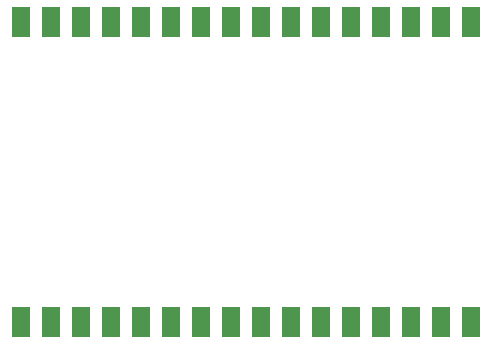
<source format=gtp>
G04 Layer: TopPasteMaskLayer*
G04 EasyEDA v6.5.50, 2025-05-30 20:44:05*
G04 89249954dcc5414fb4ee1276e004d1e2,618cf9a269824c858c8e39f74ea16190,10*
G04 Gerber Generator version 0.2*
G04 Scale: 100 percent, Rotated: No, Reflected: No *
G04 Dimensions in millimeters *
G04 leading zeros omitted , absolute positions ,4 integer and 5 decimal *
%FSLAX45Y45*%
%MOMM*%

%ADD10R,1.5000X2.5000*%
%ADD11R,0.0137X2.5000*%

%LPD*%
D10*
G01*
X1638300Y8900693D03*
G01*
X1892300Y8900693D03*
G01*
X2146300Y8900693D03*
G01*
X2400300Y8900693D03*
G01*
X2654300Y8900693D03*
G01*
X2908300Y8900693D03*
G01*
X3162300Y8900693D03*
G01*
X3416300Y8900693D03*
G01*
X3670300Y8900693D03*
G01*
X3924300Y8900693D03*
G01*
X4178300Y8900693D03*
G01*
X4432300Y8900693D03*
G01*
X4686300Y8900693D03*
G01*
X4940300Y8900693D03*
G01*
X5194300Y8900693D03*
G01*
X5448300Y8900693D03*
G01*
X5448300Y6364706D03*
G01*
X5194300Y6364706D03*
G01*
X4940300Y6364706D03*
G01*
X4686300Y6364706D03*
G01*
X4432300Y6364706D03*
G01*
X4178300Y6364706D03*
G01*
X3924300Y6364706D03*
G01*
X3670300Y6364706D03*
G01*
X3416300Y6364706D03*
G01*
X3162300Y6364706D03*
G01*
X2908300Y6364706D03*
G01*
X2654300Y6364706D03*
G01*
X2400300Y6364706D03*
G01*
X2146300Y6364706D03*
G01*
X1892300Y6364706D03*
G01*
X1638300Y6364706D03*
M02*

</source>
